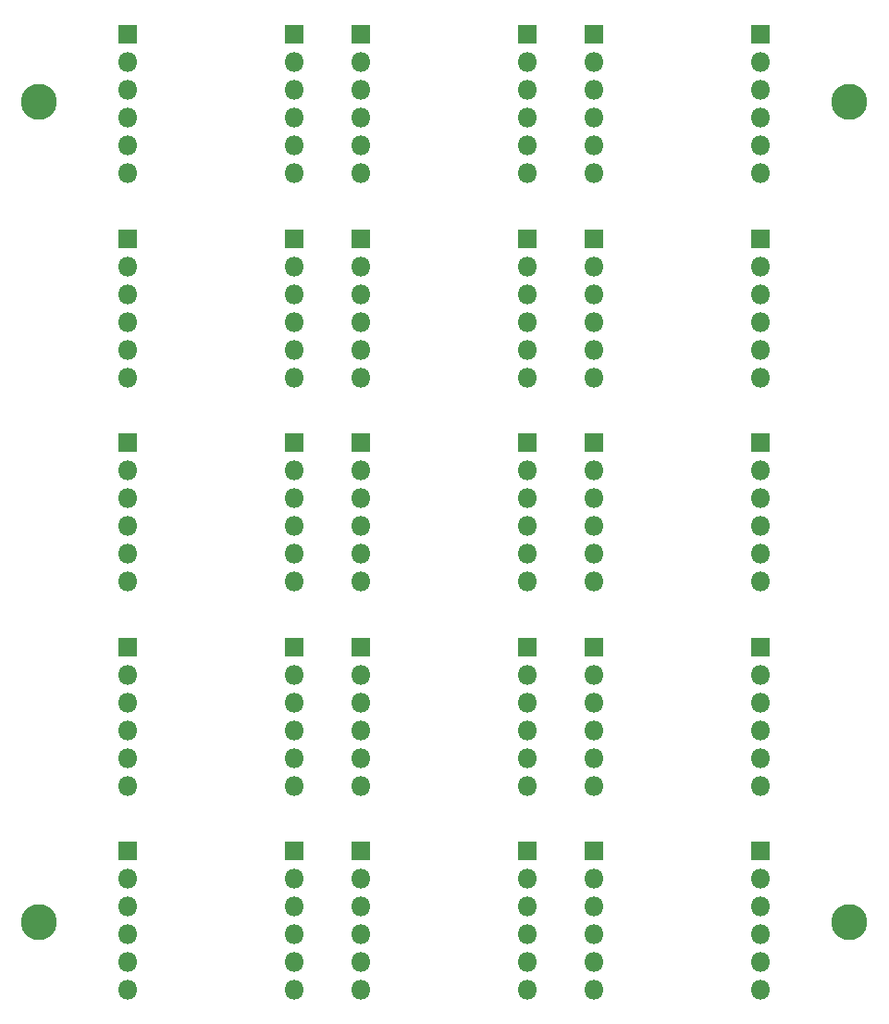
<source format=gbs>
G04 #@! TF.FileFunction,Soldermask,Bot*
%FSLAX46Y46*%
G04 Gerber Fmt 4.6, Leading zero omitted, Abs format (unit mm)*
G04 Created by KiCad (PCBNEW 4.0.5+dfsg1-4) date Mon Jul 16 11:57:44 2018*
%MOMM*%
%LPD*%
G01*
G04 APERTURE LIST*
%ADD10C,0.100000*%
%ADD11C,3.300000*%
%ADD12R,1.800000X1.800000*%
%ADD13O,1.800000X1.800000*%
G04 APERTURE END LIST*
D10*
D11*
X185293000Y-58610500D03*
X185293000Y-133667501D03*
X111125000Y-58610500D03*
D12*
X140589000Y-127127000D03*
D13*
X140589000Y-129667000D03*
X140589000Y-132207000D03*
X140589000Y-134747000D03*
X140589000Y-137287000D03*
X140589000Y-139827000D03*
D12*
X119253000Y-127127000D03*
D13*
X119253000Y-129667000D03*
X119253000Y-132207000D03*
X119253000Y-134747000D03*
X119253000Y-137287000D03*
X119253000Y-139827000D03*
D12*
X134493000Y-127127000D03*
D13*
X134493000Y-129667000D03*
X134493000Y-132207000D03*
X134493000Y-134747000D03*
X134493000Y-137287000D03*
X134493000Y-139827000D03*
D12*
X155829000Y-127127000D03*
D13*
X155829000Y-129667000D03*
X155829000Y-132207000D03*
X155829000Y-134747000D03*
X155829000Y-137287000D03*
X155829000Y-139827000D03*
D12*
X161925000Y-127127000D03*
D13*
X161925000Y-129667000D03*
X161925000Y-132207000D03*
X161925000Y-134747000D03*
X161925000Y-137287000D03*
X161925000Y-139827000D03*
D12*
X177165000Y-127127000D03*
D13*
X177165000Y-129667000D03*
X177165000Y-132207000D03*
X177165000Y-134747000D03*
X177165000Y-137287000D03*
X177165000Y-139827000D03*
D12*
X155829000Y-108458000D03*
D13*
X155829000Y-110998000D03*
X155829000Y-113538000D03*
X155829000Y-116078000D03*
X155829000Y-118618000D03*
X155829000Y-121158000D03*
D12*
X177165000Y-108458000D03*
D13*
X177165000Y-110998000D03*
X177165000Y-113538000D03*
X177165000Y-116078000D03*
X177165000Y-118618000D03*
X177165000Y-121158000D03*
D12*
X161925000Y-108458000D03*
D13*
X161925000Y-110998000D03*
X161925000Y-113538000D03*
X161925000Y-116078000D03*
X161925000Y-118618000D03*
X161925000Y-121158000D03*
D12*
X140589000Y-108458000D03*
D13*
X140589000Y-110998000D03*
X140589000Y-113538000D03*
X140589000Y-116078000D03*
X140589000Y-118618000D03*
X140589000Y-121158000D03*
D12*
X134493000Y-108458000D03*
D13*
X134493000Y-110998000D03*
X134493000Y-113538000D03*
X134493000Y-116078000D03*
X134493000Y-118618000D03*
X134493000Y-121158000D03*
D12*
X119253000Y-108458000D03*
D13*
X119253000Y-110998000D03*
X119253000Y-113538000D03*
X119253000Y-116078000D03*
X119253000Y-118618000D03*
X119253000Y-121158000D03*
D12*
X140589000Y-89789000D03*
D13*
X140589000Y-92329000D03*
X140589000Y-94869000D03*
X140589000Y-97409000D03*
X140589000Y-99949000D03*
X140589000Y-102489000D03*
D12*
X134493000Y-89789000D03*
D13*
X134493000Y-92329000D03*
X134493000Y-94869000D03*
X134493000Y-97409000D03*
X134493000Y-99949000D03*
X134493000Y-102489000D03*
D12*
X119253000Y-89789000D03*
D13*
X119253000Y-92329000D03*
X119253000Y-94869000D03*
X119253000Y-97409000D03*
X119253000Y-99949000D03*
X119253000Y-102489000D03*
D12*
X155829000Y-89789000D03*
D13*
X155829000Y-92329000D03*
X155829000Y-94869000D03*
X155829000Y-97409000D03*
X155829000Y-99949000D03*
X155829000Y-102489000D03*
D12*
X177165000Y-89789000D03*
D13*
X177165000Y-92329000D03*
X177165000Y-94869000D03*
X177165000Y-97409000D03*
X177165000Y-99949000D03*
X177165000Y-102489000D03*
D12*
X161925000Y-89789000D03*
D13*
X161925000Y-92329000D03*
X161925000Y-94869000D03*
X161925000Y-97409000D03*
X161925000Y-99949000D03*
X161925000Y-102489000D03*
D12*
X140589000Y-71120000D03*
D13*
X140589000Y-73660000D03*
X140589000Y-76200000D03*
X140589000Y-78740000D03*
X140589000Y-81280000D03*
X140589000Y-83820000D03*
D12*
X119253000Y-71120000D03*
D13*
X119253000Y-73660000D03*
X119253000Y-76200000D03*
X119253000Y-78740000D03*
X119253000Y-81280000D03*
X119253000Y-83820000D03*
D12*
X134493000Y-71120000D03*
D13*
X134493000Y-73660000D03*
X134493000Y-76200000D03*
X134493000Y-78740000D03*
X134493000Y-81280000D03*
X134493000Y-83820000D03*
D12*
X155829000Y-71120000D03*
D13*
X155829000Y-73660000D03*
X155829000Y-76200000D03*
X155829000Y-78740000D03*
X155829000Y-81280000D03*
X155829000Y-83820000D03*
D12*
X177165000Y-71120000D03*
D13*
X177165000Y-73660000D03*
X177165000Y-76200000D03*
X177165000Y-78740000D03*
X177165000Y-81280000D03*
X177165000Y-83820000D03*
D12*
X161925000Y-71120000D03*
D13*
X161925000Y-73660000D03*
X161925000Y-76200000D03*
X161925000Y-78740000D03*
X161925000Y-81280000D03*
X161925000Y-83820000D03*
D12*
X177165000Y-52451000D03*
D13*
X177165000Y-54991000D03*
X177165000Y-57531000D03*
X177165000Y-60071000D03*
X177165000Y-62611000D03*
X177165000Y-65151000D03*
D12*
X161925000Y-52451000D03*
D13*
X161925000Y-54991000D03*
X161925000Y-57531000D03*
X161925000Y-60071000D03*
X161925000Y-62611000D03*
X161925000Y-65151000D03*
D12*
X140589000Y-52451000D03*
D13*
X140589000Y-54991000D03*
X140589000Y-57531000D03*
X140589000Y-60071000D03*
X140589000Y-62611000D03*
X140589000Y-65151000D03*
D12*
X155829000Y-52451000D03*
D13*
X155829000Y-54991000D03*
X155829000Y-57531000D03*
X155829000Y-60071000D03*
X155829000Y-62611000D03*
X155829000Y-65151000D03*
D12*
X119253000Y-52451000D03*
D13*
X119253000Y-54991000D03*
X119253000Y-57531000D03*
X119253000Y-60071000D03*
X119253000Y-62611000D03*
X119253000Y-65151000D03*
D12*
X134493000Y-52451000D03*
D13*
X134493000Y-54991000D03*
X134493000Y-57531000D03*
X134493000Y-60071000D03*
X134493000Y-62611000D03*
X134493000Y-65151000D03*
D11*
X111125000Y-133667500D03*
M02*

</source>
